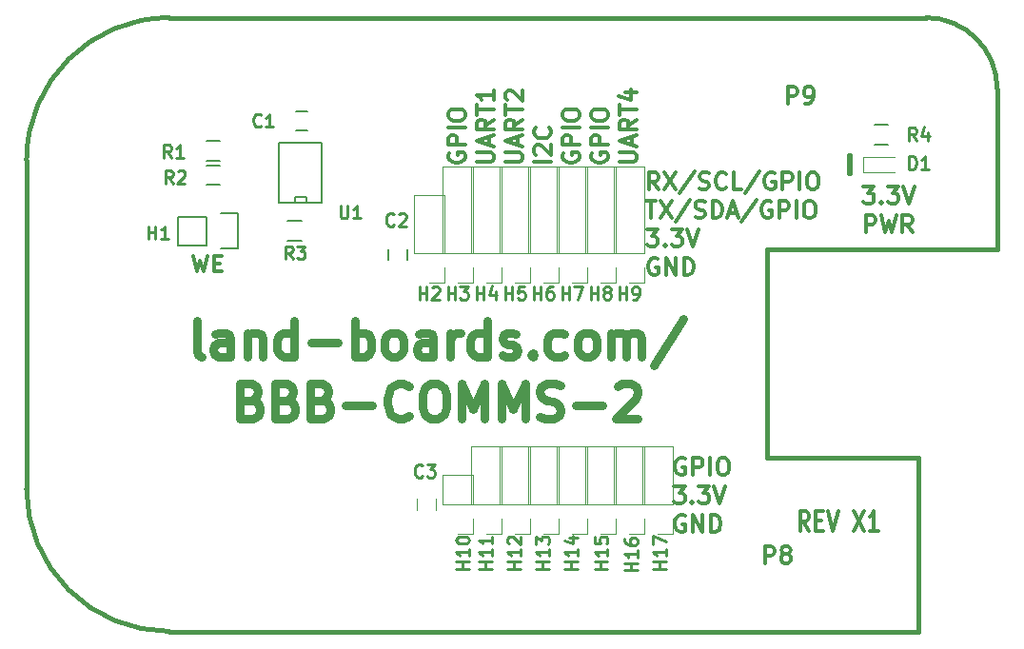
<source format=gbr>
G04 #@! TF.FileFunction,Legend,Top*
%FSLAX46Y46*%
G04 Gerber Fmt 4.6, Leading zero omitted, Abs format (unit mm)*
G04 Created by KiCad (PCBNEW 4.0.5) date 06/09/17 19:28:17*
%MOMM*%
%LPD*%
G01*
G04 APERTURE LIST*
%ADD10C,0.150000*%
%ADD11C,0.304800*%
%ADD12C,0.381000*%
%ADD13C,0.784225*%
%ADD14C,0.127000*%
%ADD15C,0.120000*%
%ADD16C,0.222250*%
G04 APERTURE END LIST*
D10*
D11*
X152291143Y-91948000D02*
X152146000Y-91875429D01*
X151928286Y-91875429D01*
X151710571Y-91948000D01*
X151565429Y-92093143D01*
X151492857Y-92238286D01*
X151420286Y-92528571D01*
X151420286Y-92746286D01*
X151492857Y-93036571D01*
X151565429Y-93181714D01*
X151710571Y-93326857D01*
X151928286Y-93399429D01*
X152073429Y-93399429D01*
X152291143Y-93326857D01*
X152363714Y-93254286D01*
X152363714Y-92746286D01*
X152073429Y-92746286D01*
X153016857Y-93399429D02*
X153016857Y-91875429D01*
X153597429Y-91875429D01*
X153742571Y-91948000D01*
X153815143Y-92020571D01*
X153887714Y-92165714D01*
X153887714Y-92383429D01*
X153815143Y-92528571D01*
X153742571Y-92601143D01*
X153597429Y-92673714D01*
X153016857Y-92673714D01*
X154540857Y-93399429D02*
X154540857Y-91875429D01*
X155556857Y-91875429D02*
X155847143Y-91875429D01*
X155992285Y-91948000D01*
X156137428Y-92093143D01*
X156210000Y-92383429D01*
X156210000Y-92891429D01*
X156137428Y-93181714D01*
X155992285Y-93326857D01*
X155847143Y-93399429D01*
X155556857Y-93399429D01*
X155411714Y-93326857D01*
X155266571Y-93181714D01*
X155194000Y-92891429D01*
X155194000Y-92383429D01*
X155266571Y-92093143D01*
X155411714Y-91948000D01*
X155556857Y-91875429D01*
X151347714Y-94415429D02*
X152291143Y-94415429D01*
X151783143Y-94996000D01*
X152000857Y-94996000D01*
X152146000Y-95068571D01*
X152218571Y-95141143D01*
X152291143Y-95286286D01*
X152291143Y-95649143D01*
X152218571Y-95794286D01*
X152146000Y-95866857D01*
X152000857Y-95939429D01*
X151565429Y-95939429D01*
X151420286Y-95866857D01*
X151347714Y-95794286D01*
X152944286Y-95794286D02*
X153016858Y-95866857D01*
X152944286Y-95939429D01*
X152871715Y-95866857D01*
X152944286Y-95794286D01*
X152944286Y-95939429D01*
X153524857Y-94415429D02*
X154468286Y-94415429D01*
X153960286Y-94996000D01*
X154178000Y-94996000D01*
X154323143Y-95068571D01*
X154395714Y-95141143D01*
X154468286Y-95286286D01*
X154468286Y-95649143D01*
X154395714Y-95794286D01*
X154323143Y-95866857D01*
X154178000Y-95939429D01*
X153742572Y-95939429D01*
X153597429Y-95866857D01*
X153524857Y-95794286D01*
X154903715Y-94415429D02*
X155411715Y-95939429D01*
X155919715Y-94415429D01*
X152291143Y-97028000D02*
X152146000Y-96955429D01*
X151928286Y-96955429D01*
X151710571Y-97028000D01*
X151565429Y-97173143D01*
X151492857Y-97318286D01*
X151420286Y-97608571D01*
X151420286Y-97826286D01*
X151492857Y-98116571D01*
X151565429Y-98261714D01*
X151710571Y-98406857D01*
X151928286Y-98479429D01*
X152073429Y-98479429D01*
X152291143Y-98406857D01*
X152363714Y-98334286D01*
X152363714Y-97826286D01*
X152073429Y-97826286D01*
X153016857Y-98479429D02*
X153016857Y-96955429D01*
X153887714Y-98479429D01*
X153887714Y-96955429D01*
X154613428Y-98479429D02*
X154613428Y-96955429D01*
X154976285Y-96955429D01*
X155194000Y-97028000D01*
X155339142Y-97173143D01*
X155411714Y-97318286D01*
X155484285Y-97608571D01*
X155484285Y-97826286D01*
X155411714Y-98116571D01*
X155339142Y-98261714D01*
X155194000Y-98406857D01*
X154976285Y-98479429D01*
X154613428Y-98479429D01*
X144018000Y-64751857D02*
X143945429Y-64897000D01*
X143945429Y-65114714D01*
X144018000Y-65332429D01*
X144163143Y-65477571D01*
X144308286Y-65550143D01*
X144598571Y-65622714D01*
X144816286Y-65622714D01*
X145106571Y-65550143D01*
X145251714Y-65477571D01*
X145396857Y-65332429D01*
X145469429Y-65114714D01*
X145469429Y-64969571D01*
X145396857Y-64751857D01*
X145324286Y-64679286D01*
X144816286Y-64679286D01*
X144816286Y-64969571D01*
X145469429Y-64026143D02*
X143945429Y-64026143D01*
X143945429Y-63445571D01*
X144018000Y-63300429D01*
X144090571Y-63227857D01*
X144235714Y-63155286D01*
X144453429Y-63155286D01*
X144598571Y-63227857D01*
X144671143Y-63300429D01*
X144743714Y-63445571D01*
X144743714Y-64026143D01*
X145469429Y-62502143D02*
X143945429Y-62502143D01*
X143945429Y-61486143D02*
X143945429Y-61195857D01*
X144018000Y-61050715D01*
X144163143Y-60905572D01*
X144453429Y-60833000D01*
X144961429Y-60833000D01*
X145251714Y-60905572D01*
X145396857Y-61050715D01*
X145469429Y-61195857D01*
X145469429Y-61486143D01*
X145396857Y-61631286D01*
X145251714Y-61776429D01*
X144961429Y-61849000D01*
X144453429Y-61849000D01*
X144163143Y-61776429D01*
X144018000Y-61631286D01*
X143945429Y-61486143D01*
X141478000Y-64751857D02*
X141405429Y-64897000D01*
X141405429Y-65114714D01*
X141478000Y-65332429D01*
X141623143Y-65477571D01*
X141768286Y-65550143D01*
X142058571Y-65622714D01*
X142276286Y-65622714D01*
X142566571Y-65550143D01*
X142711714Y-65477571D01*
X142856857Y-65332429D01*
X142929429Y-65114714D01*
X142929429Y-64969571D01*
X142856857Y-64751857D01*
X142784286Y-64679286D01*
X142276286Y-64679286D01*
X142276286Y-64969571D01*
X142929429Y-64026143D02*
X141405429Y-64026143D01*
X141405429Y-63445571D01*
X141478000Y-63300429D01*
X141550571Y-63227857D01*
X141695714Y-63155286D01*
X141913429Y-63155286D01*
X142058571Y-63227857D01*
X142131143Y-63300429D01*
X142203714Y-63445571D01*
X142203714Y-64026143D01*
X142929429Y-62502143D02*
X141405429Y-62502143D01*
X141405429Y-61486143D02*
X141405429Y-61195857D01*
X141478000Y-61050715D01*
X141623143Y-60905572D01*
X141913429Y-60833000D01*
X142421429Y-60833000D01*
X142711714Y-60905572D01*
X142856857Y-61050715D01*
X142929429Y-61195857D01*
X142929429Y-61486143D01*
X142856857Y-61631286D01*
X142711714Y-61776429D01*
X142421429Y-61849000D01*
X141913429Y-61849000D01*
X141623143Y-61776429D01*
X141478000Y-61631286D01*
X141405429Y-61486143D01*
X131318000Y-64751857D02*
X131245429Y-64897000D01*
X131245429Y-65114714D01*
X131318000Y-65332429D01*
X131463143Y-65477571D01*
X131608286Y-65550143D01*
X131898571Y-65622714D01*
X132116286Y-65622714D01*
X132406571Y-65550143D01*
X132551714Y-65477571D01*
X132696857Y-65332429D01*
X132769429Y-65114714D01*
X132769429Y-64969571D01*
X132696857Y-64751857D01*
X132624286Y-64679286D01*
X132116286Y-64679286D01*
X132116286Y-64969571D01*
X132769429Y-64026143D02*
X131245429Y-64026143D01*
X131245429Y-63445571D01*
X131318000Y-63300429D01*
X131390571Y-63227857D01*
X131535714Y-63155286D01*
X131753429Y-63155286D01*
X131898571Y-63227857D01*
X131971143Y-63300429D01*
X132043714Y-63445571D01*
X132043714Y-64026143D01*
X132769429Y-62502143D02*
X131245429Y-62502143D01*
X131245429Y-61486143D02*
X131245429Y-61195857D01*
X131318000Y-61050715D01*
X131463143Y-60905572D01*
X131753429Y-60833000D01*
X132261429Y-60833000D01*
X132551714Y-60905572D01*
X132696857Y-61050715D01*
X132769429Y-61195857D01*
X132769429Y-61486143D01*
X132696857Y-61631286D01*
X132551714Y-61776429D01*
X132261429Y-61849000D01*
X131753429Y-61849000D01*
X131463143Y-61776429D01*
X131318000Y-61631286D01*
X131245429Y-61486143D01*
X149878143Y-74168000D02*
X149733000Y-74095429D01*
X149515286Y-74095429D01*
X149297571Y-74168000D01*
X149152429Y-74313143D01*
X149079857Y-74458286D01*
X149007286Y-74748571D01*
X149007286Y-74966286D01*
X149079857Y-75256571D01*
X149152429Y-75401714D01*
X149297571Y-75546857D01*
X149515286Y-75619429D01*
X149660429Y-75619429D01*
X149878143Y-75546857D01*
X149950714Y-75474286D01*
X149950714Y-74966286D01*
X149660429Y-74966286D01*
X150603857Y-75619429D02*
X150603857Y-74095429D01*
X151474714Y-75619429D01*
X151474714Y-74095429D01*
X152200428Y-75619429D02*
X152200428Y-74095429D01*
X152563285Y-74095429D01*
X152781000Y-74168000D01*
X152926142Y-74313143D01*
X152998714Y-74458286D01*
X153071285Y-74748571D01*
X153071285Y-74966286D01*
X152998714Y-75256571D01*
X152926142Y-75401714D01*
X152781000Y-75546857D01*
X152563285Y-75619429D01*
X152200428Y-75619429D01*
X148934714Y-71555429D02*
X149878143Y-71555429D01*
X149370143Y-72136000D01*
X149587857Y-72136000D01*
X149733000Y-72208571D01*
X149805571Y-72281143D01*
X149878143Y-72426286D01*
X149878143Y-72789143D01*
X149805571Y-72934286D01*
X149733000Y-73006857D01*
X149587857Y-73079429D01*
X149152429Y-73079429D01*
X149007286Y-73006857D01*
X148934714Y-72934286D01*
X150531286Y-72934286D02*
X150603858Y-73006857D01*
X150531286Y-73079429D01*
X150458715Y-73006857D01*
X150531286Y-72934286D01*
X150531286Y-73079429D01*
X151111857Y-71555429D02*
X152055286Y-71555429D01*
X151547286Y-72136000D01*
X151765000Y-72136000D01*
X151910143Y-72208571D01*
X151982714Y-72281143D01*
X152055286Y-72426286D01*
X152055286Y-72789143D01*
X151982714Y-72934286D01*
X151910143Y-73006857D01*
X151765000Y-73079429D01*
X151329572Y-73079429D01*
X151184429Y-73006857D01*
X151111857Y-72934286D01*
X152490715Y-71555429D02*
X152998715Y-73079429D01*
X153506715Y-71555429D01*
X148862143Y-69015429D02*
X149733000Y-69015429D01*
X149297571Y-70539429D02*
X149297571Y-69015429D01*
X150095857Y-69015429D02*
X151111857Y-70539429D01*
X151111857Y-69015429D02*
X150095857Y-70539429D01*
X152781001Y-68942857D02*
X151474715Y-70902286D01*
X153216429Y-70466857D02*
X153434143Y-70539429D01*
X153797000Y-70539429D01*
X153942143Y-70466857D01*
X154014714Y-70394286D01*
X154087286Y-70249143D01*
X154087286Y-70104000D01*
X154014714Y-69958857D01*
X153942143Y-69886286D01*
X153797000Y-69813714D01*
X153506714Y-69741143D01*
X153361572Y-69668571D01*
X153289000Y-69596000D01*
X153216429Y-69450857D01*
X153216429Y-69305714D01*
X153289000Y-69160571D01*
X153361572Y-69088000D01*
X153506714Y-69015429D01*
X153869572Y-69015429D01*
X154087286Y-69088000D01*
X154740429Y-70539429D02*
X154740429Y-69015429D01*
X155103286Y-69015429D01*
X155321001Y-69088000D01*
X155466143Y-69233143D01*
X155538715Y-69378286D01*
X155611286Y-69668571D01*
X155611286Y-69886286D01*
X155538715Y-70176571D01*
X155466143Y-70321714D01*
X155321001Y-70466857D01*
X155103286Y-70539429D01*
X154740429Y-70539429D01*
X156191858Y-70104000D02*
X156917572Y-70104000D01*
X156046715Y-70539429D02*
X156554715Y-69015429D01*
X157062715Y-70539429D01*
X158659287Y-68942857D02*
X157353001Y-70902286D01*
X159965572Y-69088000D02*
X159820429Y-69015429D01*
X159602715Y-69015429D01*
X159385000Y-69088000D01*
X159239858Y-69233143D01*
X159167286Y-69378286D01*
X159094715Y-69668571D01*
X159094715Y-69886286D01*
X159167286Y-70176571D01*
X159239858Y-70321714D01*
X159385000Y-70466857D01*
X159602715Y-70539429D01*
X159747858Y-70539429D01*
X159965572Y-70466857D01*
X160038143Y-70394286D01*
X160038143Y-69886286D01*
X159747858Y-69886286D01*
X160691286Y-70539429D02*
X160691286Y-69015429D01*
X161271858Y-69015429D01*
X161417000Y-69088000D01*
X161489572Y-69160571D01*
X161562143Y-69305714D01*
X161562143Y-69523429D01*
X161489572Y-69668571D01*
X161417000Y-69741143D01*
X161271858Y-69813714D01*
X160691286Y-69813714D01*
X162215286Y-70539429D02*
X162215286Y-69015429D01*
X163231286Y-69015429D02*
X163521572Y-69015429D01*
X163666714Y-69088000D01*
X163811857Y-69233143D01*
X163884429Y-69523429D01*
X163884429Y-70031429D01*
X163811857Y-70321714D01*
X163666714Y-70466857D01*
X163521572Y-70539429D01*
X163231286Y-70539429D01*
X163086143Y-70466857D01*
X162941000Y-70321714D01*
X162868429Y-70031429D01*
X162868429Y-69523429D01*
X162941000Y-69233143D01*
X163086143Y-69088000D01*
X163231286Y-69015429D01*
X149950714Y-67999429D02*
X149442714Y-67273714D01*
X149079857Y-67999429D02*
X149079857Y-66475429D01*
X149660429Y-66475429D01*
X149805571Y-66548000D01*
X149878143Y-66620571D01*
X149950714Y-66765714D01*
X149950714Y-66983429D01*
X149878143Y-67128571D01*
X149805571Y-67201143D01*
X149660429Y-67273714D01*
X149079857Y-67273714D01*
X150458714Y-66475429D02*
X151474714Y-67999429D01*
X151474714Y-66475429D02*
X150458714Y-67999429D01*
X153143858Y-66402857D02*
X151837572Y-68362286D01*
X153579286Y-67926857D02*
X153797000Y-67999429D01*
X154159857Y-67999429D01*
X154305000Y-67926857D01*
X154377571Y-67854286D01*
X154450143Y-67709143D01*
X154450143Y-67564000D01*
X154377571Y-67418857D01*
X154305000Y-67346286D01*
X154159857Y-67273714D01*
X153869571Y-67201143D01*
X153724429Y-67128571D01*
X153651857Y-67056000D01*
X153579286Y-66910857D01*
X153579286Y-66765714D01*
X153651857Y-66620571D01*
X153724429Y-66548000D01*
X153869571Y-66475429D01*
X154232429Y-66475429D01*
X154450143Y-66548000D01*
X155974143Y-67854286D02*
X155901572Y-67926857D01*
X155683858Y-67999429D01*
X155538715Y-67999429D01*
X155321000Y-67926857D01*
X155175858Y-67781714D01*
X155103286Y-67636571D01*
X155030715Y-67346286D01*
X155030715Y-67128571D01*
X155103286Y-66838286D01*
X155175858Y-66693143D01*
X155321000Y-66548000D01*
X155538715Y-66475429D01*
X155683858Y-66475429D01*
X155901572Y-66548000D01*
X155974143Y-66620571D01*
X157353000Y-67999429D02*
X156627286Y-67999429D01*
X156627286Y-66475429D01*
X158949572Y-66402857D02*
X157643286Y-68362286D01*
X160255857Y-66548000D02*
X160110714Y-66475429D01*
X159893000Y-66475429D01*
X159675285Y-66548000D01*
X159530143Y-66693143D01*
X159457571Y-66838286D01*
X159385000Y-67128571D01*
X159385000Y-67346286D01*
X159457571Y-67636571D01*
X159530143Y-67781714D01*
X159675285Y-67926857D01*
X159893000Y-67999429D01*
X160038143Y-67999429D01*
X160255857Y-67926857D01*
X160328428Y-67854286D01*
X160328428Y-67346286D01*
X160038143Y-67346286D01*
X160981571Y-67999429D02*
X160981571Y-66475429D01*
X161562143Y-66475429D01*
X161707285Y-66548000D01*
X161779857Y-66620571D01*
X161852428Y-66765714D01*
X161852428Y-66983429D01*
X161779857Y-67128571D01*
X161707285Y-67201143D01*
X161562143Y-67273714D01*
X160981571Y-67273714D01*
X162505571Y-67999429D02*
X162505571Y-66475429D01*
X163521571Y-66475429D02*
X163811857Y-66475429D01*
X163956999Y-66548000D01*
X164102142Y-66693143D01*
X164174714Y-66983429D01*
X164174714Y-67491429D01*
X164102142Y-67781714D01*
X163956999Y-67926857D01*
X163811857Y-67999429D01*
X163521571Y-67999429D01*
X163376428Y-67926857D01*
X163231285Y-67781714D01*
X163158714Y-67491429D01*
X163158714Y-66983429D01*
X163231285Y-66693143D01*
X163376428Y-66548000D01*
X163521571Y-66475429D01*
X146485429Y-65550143D02*
X147719143Y-65550143D01*
X147864286Y-65477571D01*
X147936857Y-65405000D01*
X148009429Y-65259857D01*
X148009429Y-64969571D01*
X147936857Y-64824429D01*
X147864286Y-64751857D01*
X147719143Y-64679286D01*
X146485429Y-64679286D01*
X147574000Y-64026143D02*
X147574000Y-63300429D01*
X148009429Y-64171286D02*
X146485429Y-63663286D01*
X148009429Y-63155286D01*
X148009429Y-61776429D02*
X147283714Y-62284429D01*
X148009429Y-62647286D02*
X146485429Y-62647286D01*
X146485429Y-62066714D01*
X146558000Y-61921572D01*
X146630571Y-61849000D01*
X146775714Y-61776429D01*
X146993429Y-61776429D01*
X147138571Y-61849000D01*
X147211143Y-61921572D01*
X147283714Y-62066714D01*
X147283714Y-62647286D01*
X146485429Y-61341000D02*
X146485429Y-60470143D01*
X148009429Y-60905572D02*
X146485429Y-60905572D01*
X146993429Y-59309000D02*
X148009429Y-59309000D01*
X146412857Y-59671857D02*
X147501429Y-60034714D01*
X147501429Y-59091286D01*
X140389429Y-65550143D02*
X138865429Y-65550143D01*
X139010571Y-64897000D02*
X138938000Y-64824429D01*
X138865429Y-64679286D01*
X138865429Y-64316429D01*
X138938000Y-64171286D01*
X139010571Y-64098715D01*
X139155714Y-64026143D01*
X139300857Y-64026143D01*
X139518571Y-64098715D01*
X140389429Y-64969572D01*
X140389429Y-64026143D01*
X140244286Y-62502143D02*
X140316857Y-62574714D01*
X140389429Y-62792428D01*
X140389429Y-62937571D01*
X140316857Y-63155286D01*
X140171714Y-63300428D01*
X140026571Y-63373000D01*
X139736286Y-63445571D01*
X139518571Y-63445571D01*
X139228286Y-63373000D01*
X139083143Y-63300428D01*
X138938000Y-63155286D01*
X138865429Y-62937571D01*
X138865429Y-62792428D01*
X138938000Y-62574714D01*
X139010571Y-62502143D01*
X136325429Y-65550143D02*
X137559143Y-65550143D01*
X137704286Y-65477571D01*
X137776857Y-65405000D01*
X137849429Y-65259857D01*
X137849429Y-64969571D01*
X137776857Y-64824429D01*
X137704286Y-64751857D01*
X137559143Y-64679286D01*
X136325429Y-64679286D01*
X137414000Y-64026143D02*
X137414000Y-63300429D01*
X137849429Y-64171286D02*
X136325429Y-63663286D01*
X137849429Y-63155286D01*
X137849429Y-61776429D02*
X137123714Y-62284429D01*
X137849429Y-62647286D02*
X136325429Y-62647286D01*
X136325429Y-62066714D01*
X136398000Y-61921572D01*
X136470571Y-61849000D01*
X136615714Y-61776429D01*
X136833429Y-61776429D01*
X136978571Y-61849000D01*
X137051143Y-61921572D01*
X137123714Y-62066714D01*
X137123714Y-62647286D01*
X136325429Y-61341000D02*
X136325429Y-60470143D01*
X137849429Y-60905572D02*
X136325429Y-60905572D01*
X136470571Y-60034714D02*
X136398000Y-59962143D01*
X136325429Y-59817000D01*
X136325429Y-59454143D01*
X136398000Y-59309000D01*
X136470571Y-59236429D01*
X136615714Y-59163857D01*
X136760857Y-59163857D01*
X136978571Y-59236429D01*
X137849429Y-60107286D01*
X137849429Y-59163857D01*
X133785429Y-65550143D02*
X135019143Y-65550143D01*
X135164286Y-65477571D01*
X135236857Y-65405000D01*
X135309429Y-65259857D01*
X135309429Y-64969571D01*
X135236857Y-64824429D01*
X135164286Y-64751857D01*
X135019143Y-64679286D01*
X133785429Y-64679286D01*
X134874000Y-64026143D02*
X134874000Y-63300429D01*
X135309429Y-64171286D02*
X133785429Y-63663286D01*
X135309429Y-63155286D01*
X135309429Y-61776429D02*
X134583714Y-62284429D01*
X135309429Y-62647286D02*
X133785429Y-62647286D01*
X133785429Y-62066714D01*
X133858000Y-61921572D01*
X133930571Y-61849000D01*
X134075714Y-61776429D01*
X134293429Y-61776429D01*
X134438571Y-61849000D01*
X134511143Y-61921572D01*
X134583714Y-62066714D01*
X134583714Y-62647286D01*
X133785429Y-61341000D02*
X133785429Y-60470143D01*
X135309429Y-60905572D02*
X133785429Y-60905572D01*
X135309429Y-59163857D02*
X135309429Y-60034714D01*
X135309429Y-59599286D02*
X133785429Y-59599286D01*
X134003143Y-59744429D01*
X134148286Y-59889571D01*
X134220857Y-60034714D01*
D12*
X166878000Y-66548000D02*
X166878000Y-64897000D01*
X167005000Y-66548000D02*
X166878000Y-66548000D01*
X167005000Y-64897000D02*
X167005000Y-66548000D01*
D11*
X159403143Y-101273429D02*
X159403143Y-99749429D01*
X159983715Y-99749429D01*
X160128857Y-99822000D01*
X160201429Y-99894571D01*
X160274000Y-100039714D01*
X160274000Y-100257429D01*
X160201429Y-100402571D01*
X160128857Y-100475143D01*
X159983715Y-100547714D01*
X159403143Y-100547714D01*
X161144857Y-100402571D02*
X160999715Y-100330000D01*
X160927143Y-100257429D01*
X160854572Y-100112286D01*
X160854572Y-100039714D01*
X160927143Y-99894571D01*
X160999715Y-99822000D01*
X161144857Y-99749429D01*
X161435143Y-99749429D01*
X161580286Y-99822000D01*
X161652857Y-99894571D01*
X161725429Y-100039714D01*
X161725429Y-100112286D01*
X161652857Y-100257429D01*
X161580286Y-100330000D01*
X161435143Y-100402571D01*
X161144857Y-100402571D01*
X160999715Y-100475143D01*
X160927143Y-100547714D01*
X160854572Y-100692857D01*
X160854572Y-100983143D01*
X160927143Y-101128286D01*
X160999715Y-101200857D01*
X161144857Y-101273429D01*
X161435143Y-101273429D01*
X161580286Y-101200857D01*
X161652857Y-101128286D01*
X161725429Y-100983143D01*
X161725429Y-100692857D01*
X161652857Y-100547714D01*
X161580286Y-100475143D01*
X161435143Y-100402571D01*
X161435143Y-60379429D02*
X161435143Y-58855429D01*
X162015715Y-58855429D01*
X162160857Y-58928000D01*
X162233429Y-59000571D01*
X162306000Y-59145714D01*
X162306000Y-59363429D01*
X162233429Y-59508571D01*
X162160857Y-59581143D01*
X162015715Y-59653714D01*
X161435143Y-59653714D01*
X163031715Y-60379429D02*
X163322000Y-60379429D01*
X163467143Y-60306857D01*
X163539715Y-60234286D01*
X163684857Y-60016571D01*
X163757429Y-59726286D01*
X163757429Y-59145714D01*
X163684857Y-59000571D01*
X163612286Y-58928000D01*
X163467143Y-58855429D01*
X163176857Y-58855429D01*
X163031715Y-58928000D01*
X162959143Y-59000571D01*
X162886572Y-59145714D01*
X162886572Y-59508571D01*
X162959143Y-59653714D01*
X163031715Y-59726286D01*
X163176857Y-59798857D01*
X163467143Y-59798857D01*
X163612286Y-59726286D01*
X163684857Y-59653714D01*
X163757429Y-59508571D01*
X108512429Y-73910976D02*
X108875286Y-75307976D01*
X109165572Y-74310119D01*
X109455858Y-75307976D01*
X109818715Y-73910976D01*
X110399286Y-74576214D02*
X110907286Y-74576214D01*
X111125000Y-75307976D02*
X110399286Y-75307976D01*
X110399286Y-73910976D01*
X111125000Y-73910976D01*
D12*
X123190000Y-52705000D02*
X123317000Y-52705000D01*
X110744000Y-52705000D02*
X110871000Y-52705000D01*
D11*
X168184285Y-67720029D02*
X169127714Y-67720029D01*
X168619714Y-68300600D01*
X168837428Y-68300600D01*
X168982571Y-68373171D01*
X169055142Y-68445743D01*
X169127714Y-68590886D01*
X169127714Y-68953743D01*
X169055142Y-69098886D01*
X168982571Y-69171457D01*
X168837428Y-69244029D01*
X168402000Y-69244029D01*
X168256857Y-69171457D01*
X168184285Y-69098886D01*
X169780857Y-69098886D02*
X169853429Y-69171457D01*
X169780857Y-69244029D01*
X169708286Y-69171457D01*
X169780857Y-69098886D01*
X169780857Y-69244029D01*
X170361428Y-67720029D02*
X171304857Y-67720029D01*
X170796857Y-68300600D01*
X171014571Y-68300600D01*
X171159714Y-68373171D01*
X171232285Y-68445743D01*
X171304857Y-68590886D01*
X171304857Y-68953743D01*
X171232285Y-69098886D01*
X171159714Y-69171457D01*
X171014571Y-69244029D01*
X170579143Y-69244029D01*
X170434000Y-69171457D01*
X170361428Y-69098886D01*
X171740286Y-67720029D02*
X172248286Y-69244029D01*
X172756286Y-67720029D01*
X168402000Y-71834829D02*
X168402000Y-70310829D01*
X168982572Y-70310829D01*
X169127714Y-70383400D01*
X169200286Y-70455971D01*
X169272857Y-70601114D01*
X169272857Y-70818829D01*
X169200286Y-70963971D01*
X169127714Y-71036543D01*
X168982572Y-71109114D01*
X168402000Y-71109114D01*
X169780857Y-70310829D02*
X170143714Y-71834829D01*
X170434000Y-70746257D01*
X170724286Y-71834829D01*
X171087143Y-70310829D01*
X172538571Y-71834829D02*
X172030571Y-71109114D01*
X171667714Y-71834829D02*
X171667714Y-70310829D01*
X172248286Y-70310829D01*
X172393428Y-70383400D01*
X172466000Y-70455971D01*
X172538571Y-70601114D01*
X172538571Y-70818829D01*
X172466000Y-70963971D01*
X172393428Y-71036543D01*
X172248286Y-71109114D01*
X171667714Y-71109114D01*
X163328048Y-98340333D02*
X162862381Y-97493667D01*
X162529762Y-98340333D02*
X162529762Y-96562333D01*
X163061953Y-96562333D01*
X163195000Y-96647000D01*
X163261524Y-96731667D01*
X163328048Y-96901000D01*
X163328048Y-97155000D01*
X163261524Y-97324333D01*
X163195000Y-97409000D01*
X163061953Y-97493667D01*
X162529762Y-97493667D01*
X163926762Y-97409000D02*
X164392429Y-97409000D01*
X164592000Y-98340333D02*
X163926762Y-98340333D01*
X163926762Y-96562333D01*
X164592000Y-96562333D01*
X164991143Y-96562333D02*
X165456809Y-98340333D01*
X165922476Y-96562333D01*
X167319476Y-96562333D02*
X168250810Y-98340333D01*
X168250810Y-96562333D02*
X167319476Y-98340333D01*
X169514762Y-98340333D02*
X168716476Y-98340333D01*
X169115619Y-98340333D02*
X169115619Y-96562333D01*
X168982571Y-96816333D01*
X168849524Y-96985667D01*
X168716476Y-97070333D01*
D13*
X109314645Y-82863948D02*
X109015892Y-82712757D01*
X108866516Y-82410376D01*
X108866516Y-79688948D01*
X111854040Y-82863948D02*
X111854040Y-81200852D01*
X111704663Y-80898471D01*
X111405911Y-80747281D01*
X110808406Y-80747281D01*
X110509654Y-80898471D01*
X111854040Y-82712757D02*
X111555287Y-82863948D01*
X110808406Y-82863948D01*
X110509654Y-82712757D01*
X110360278Y-82410376D01*
X110360278Y-82107995D01*
X110509654Y-81805614D01*
X110808406Y-81654424D01*
X111555287Y-81654424D01*
X111854040Y-81503233D01*
X113347802Y-80747281D02*
X113347802Y-82863948D01*
X113347802Y-81049662D02*
X113497178Y-80898471D01*
X113795931Y-80747281D01*
X114244059Y-80747281D01*
X114542811Y-80898471D01*
X114692188Y-81200852D01*
X114692188Y-82863948D01*
X117530336Y-82863948D02*
X117530336Y-79688948D01*
X117530336Y-82712757D02*
X117231583Y-82863948D01*
X116634079Y-82863948D01*
X116335326Y-82712757D01*
X116185950Y-82561567D01*
X116036574Y-82259186D01*
X116036574Y-81352043D01*
X116185950Y-81049662D01*
X116335326Y-80898471D01*
X116634079Y-80747281D01*
X117231583Y-80747281D01*
X117530336Y-80898471D01*
X119024098Y-81654424D02*
X121414117Y-81654424D01*
X122907879Y-82863948D02*
X122907879Y-79688948D01*
X122907879Y-80898471D02*
X123206631Y-80747281D01*
X123804136Y-80747281D01*
X124102888Y-80898471D01*
X124252265Y-81049662D01*
X124401641Y-81352043D01*
X124401641Y-82259186D01*
X124252265Y-82561567D01*
X124102888Y-82712757D01*
X123804136Y-82863948D01*
X123206631Y-82863948D01*
X122907879Y-82712757D01*
X126194156Y-82863948D02*
X125895403Y-82712757D01*
X125746027Y-82561567D01*
X125596651Y-82259186D01*
X125596651Y-81352043D01*
X125746027Y-81049662D01*
X125895403Y-80898471D01*
X126194156Y-80747281D01*
X126642284Y-80747281D01*
X126941036Y-80898471D01*
X127090413Y-81049662D01*
X127239789Y-81352043D01*
X127239789Y-82259186D01*
X127090413Y-82561567D01*
X126941036Y-82712757D01*
X126642284Y-82863948D01*
X126194156Y-82863948D01*
X129928561Y-82863948D02*
X129928561Y-81200852D01*
X129779184Y-80898471D01*
X129480432Y-80747281D01*
X128882927Y-80747281D01*
X128584175Y-80898471D01*
X129928561Y-82712757D02*
X129629808Y-82863948D01*
X128882927Y-82863948D01*
X128584175Y-82712757D01*
X128434799Y-82410376D01*
X128434799Y-82107995D01*
X128584175Y-81805614D01*
X128882927Y-81654424D01*
X129629808Y-81654424D01*
X129928561Y-81503233D01*
X131422323Y-82863948D02*
X131422323Y-80747281D01*
X131422323Y-81352043D02*
X131571699Y-81049662D01*
X131721075Y-80898471D01*
X132019828Y-80747281D01*
X132318580Y-80747281D01*
X134708599Y-82863948D02*
X134708599Y-79688948D01*
X134708599Y-82712757D02*
X134409846Y-82863948D01*
X133812342Y-82863948D01*
X133513589Y-82712757D01*
X133364213Y-82561567D01*
X133214837Y-82259186D01*
X133214837Y-81352043D01*
X133364213Y-81049662D01*
X133513589Y-80898471D01*
X133812342Y-80747281D01*
X134409846Y-80747281D01*
X134708599Y-80898471D01*
X136052985Y-82712757D02*
X136351737Y-82863948D01*
X136949242Y-82863948D01*
X137247994Y-82712757D01*
X137397370Y-82410376D01*
X137397370Y-82259186D01*
X137247994Y-81956805D01*
X136949242Y-81805614D01*
X136501113Y-81805614D01*
X136202361Y-81654424D01*
X136052985Y-81352043D01*
X136052985Y-81200852D01*
X136202361Y-80898471D01*
X136501113Y-80747281D01*
X136949242Y-80747281D01*
X137247994Y-80898471D01*
X138741756Y-82561567D02*
X138891132Y-82712757D01*
X138741756Y-82863948D01*
X138592380Y-82712757D01*
X138741756Y-82561567D01*
X138741756Y-82863948D01*
X141579904Y-82712757D02*
X141281151Y-82863948D01*
X140683647Y-82863948D01*
X140384894Y-82712757D01*
X140235518Y-82561567D01*
X140086142Y-82259186D01*
X140086142Y-81352043D01*
X140235518Y-81049662D01*
X140384894Y-80898471D01*
X140683647Y-80747281D01*
X141281151Y-80747281D01*
X141579904Y-80898471D01*
X143372418Y-82863948D02*
X143073665Y-82712757D01*
X142924289Y-82561567D01*
X142774913Y-82259186D01*
X142774913Y-81352043D01*
X142924289Y-81049662D01*
X143073665Y-80898471D01*
X143372418Y-80747281D01*
X143820546Y-80747281D01*
X144119298Y-80898471D01*
X144268675Y-81049662D01*
X144418051Y-81352043D01*
X144418051Y-82259186D01*
X144268675Y-82561567D01*
X144119298Y-82712757D01*
X143820546Y-82863948D01*
X143372418Y-82863948D01*
X145762437Y-82863948D02*
X145762437Y-80747281D01*
X145762437Y-81049662D02*
X145911813Y-80898471D01*
X146210566Y-80747281D01*
X146658694Y-80747281D01*
X146957446Y-80898471D01*
X147106823Y-81200852D01*
X147106823Y-82863948D01*
X147106823Y-81200852D02*
X147256199Y-80898471D01*
X147554951Y-80747281D01*
X148003080Y-80747281D01*
X148301832Y-80898471D01*
X148451208Y-81200852D01*
X148451208Y-82863948D01*
X152185613Y-79537757D02*
X149496841Y-83619900D01*
X113721242Y-86747577D02*
X114169371Y-86898768D01*
X114318747Y-87049958D01*
X114468123Y-87352339D01*
X114468123Y-87805911D01*
X114318747Y-88108292D01*
X114169371Y-88259482D01*
X113870618Y-88410673D01*
X112675609Y-88410673D01*
X112675609Y-85235673D01*
X113721242Y-85235673D01*
X114019995Y-85386863D01*
X114169371Y-85538053D01*
X114318747Y-85840434D01*
X114318747Y-86142815D01*
X114169371Y-86445196D01*
X114019995Y-86596387D01*
X113721242Y-86747577D01*
X112675609Y-86747577D01*
X116858142Y-86747577D02*
X117306271Y-86898768D01*
X117455647Y-87049958D01*
X117605023Y-87352339D01*
X117605023Y-87805911D01*
X117455647Y-88108292D01*
X117306271Y-88259482D01*
X117007518Y-88410673D01*
X115812509Y-88410673D01*
X115812509Y-85235673D01*
X116858142Y-85235673D01*
X117156895Y-85386863D01*
X117306271Y-85538053D01*
X117455647Y-85840434D01*
X117455647Y-86142815D01*
X117306271Y-86445196D01*
X117156895Y-86596387D01*
X116858142Y-86747577D01*
X115812509Y-86747577D01*
X119995042Y-86747577D02*
X120443171Y-86898768D01*
X120592547Y-87049958D01*
X120741923Y-87352339D01*
X120741923Y-87805911D01*
X120592547Y-88108292D01*
X120443171Y-88259482D01*
X120144418Y-88410673D01*
X118949409Y-88410673D01*
X118949409Y-85235673D01*
X119995042Y-85235673D01*
X120293795Y-85386863D01*
X120443171Y-85538053D01*
X120592547Y-85840434D01*
X120592547Y-86142815D01*
X120443171Y-86445196D01*
X120293795Y-86596387D01*
X119995042Y-86747577D01*
X118949409Y-86747577D01*
X122086309Y-87201149D02*
X124476328Y-87201149D01*
X127762604Y-88108292D02*
X127613228Y-88259482D01*
X127165099Y-88410673D01*
X126866347Y-88410673D01*
X126418219Y-88259482D01*
X126119466Y-87957101D01*
X125970090Y-87654720D01*
X125820714Y-87049958D01*
X125820714Y-86596387D01*
X125970090Y-85991625D01*
X126119466Y-85689244D01*
X126418219Y-85386863D01*
X126866347Y-85235673D01*
X127165099Y-85235673D01*
X127613228Y-85386863D01*
X127762604Y-85538053D01*
X129704495Y-85235673D02*
X130301999Y-85235673D01*
X130600752Y-85386863D01*
X130899504Y-85689244D01*
X131048880Y-86294006D01*
X131048880Y-87352339D01*
X130899504Y-87957101D01*
X130600752Y-88259482D01*
X130301999Y-88410673D01*
X129704495Y-88410673D01*
X129405742Y-88259482D01*
X129106990Y-87957101D01*
X128957614Y-87352339D01*
X128957614Y-86294006D01*
X129106990Y-85689244D01*
X129405742Y-85386863D01*
X129704495Y-85235673D01*
X132393266Y-88410673D02*
X132393266Y-85235673D01*
X133438899Y-87503530D01*
X134484533Y-85235673D01*
X134484533Y-88410673D01*
X135978295Y-88410673D02*
X135978295Y-85235673D01*
X137023928Y-87503530D01*
X138069562Y-85235673D01*
X138069562Y-88410673D01*
X139413948Y-88259482D02*
X139862076Y-88410673D01*
X140608957Y-88410673D01*
X140907710Y-88259482D01*
X141057086Y-88108292D01*
X141206462Y-87805911D01*
X141206462Y-87503530D01*
X141057086Y-87201149D01*
X140907710Y-87049958D01*
X140608957Y-86898768D01*
X140011453Y-86747577D01*
X139712700Y-86596387D01*
X139563324Y-86445196D01*
X139413948Y-86142815D01*
X139413948Y-85840434D01*
X139563324Y-85538053D01*
X139712700Y-85386863D01*
X140011453Y-85235673D01*
X140758333Y-85235673D01*
X141206462Y-85386863D01*
X142550848Y-87201149D02*
X144940867Y-87201149D01*
X146285253Y-85538053D02*
X146434629Y-85386863D01*
X146733381Y-85235673D01*
X147480262Y-85235673D01*
X147779015Y-85386863D01*
X147928391Y-85538053D01*
X148077767Y-85840434D01*
X148077767Y-86142815D01*
X147928391Y-86596387D01*
X146135877Y-88410673D01*
X148077767Y-88410673D01*
D14*
X119862600Y-69138800D02*
X119989600Y-69138800D01*
X119989600Y-69138800D02*
X119989600Y-63804800D01*
X116179600Y-63804800D02*
X116179600Y-69138800D01*
X116179600Y-69138800D02*
X119862600Y-69138800D01*
X117576600Y-69138800D02*
X117576600Y-68630800D01*
X117576600Y-68630800D02*
X118592600Y-68630800D01*
X118592600Y-68630800D02*
X118592600Y-69138800D01*
X116179600Y-63804800D02*
X119989600Y-63804800D01*
D12*
X106426000Y-107315000D02*
X173101000Y-107315000D01*
X173101000Y-91821000D02*
X159639000Y-91821000D01*
X173101000Y-107315000D02*
X173101000Y-91821000D01*
X180086000Y-73279000D02*
X180086000Y-60325000D01*
X180086000Y-73279000D02*
X159639000Y-73279000D01*
X159639000Y-73279000D02*
X159639000Y-91821000D01*
X180086000Y-59055000D02*
X180086000Y-60325000D01*
X106426000Y-52705000D02*
X173736000Y-52705000D01*
X93726000Y-65405000D02*
X93726000Y-94615000D01*
X106426000Y-52705000D02*
G75*
G03X93726000Y-65405000I0J-12700000D01*
G01*
X93726000Y-94615000D02*
G75*
G03X106426000Y-107315000I12700000J0D01*
G01*
X180086000Y-59055000D02*
G75*
G03X173736000Y-52705000I-6350000J0D01*
G01*
D10*
X109702600Y-72948800D02*
X107162600Y-72948800D01*
X112522600Y-73228800D02*
X110972600Y-73228800D01*
X109702600Y-72948800D02*
X109702600Y-70408800D01*
X110972600Y-70128800D02*
X112522600Y-70128800D01*
X112522600Y-70128800D02*
X112522600Y-73228800D01*
X109702600Y-70408800D02*
X107162600Y-70408800D01*
X107162600Y-70408800D02*
X107162600Y-72948800D01*
X170399000Y-63994000D02*
X169199000Y-63994000D01*
X169199000Y-62244000D02*
X170399000Y-62244000D01*
X116976600Y-70803800D02*
X118176600Y-70803800D01*
X118176600Y-72553800D02*
X116976600Y-72553800D01*
X110937600Y-67600800D02*
X109737600Y-67600800D01*
X109737600Y-65850800D02*
X110937600Y-65850800D01*
X110937600Y-65441800D02*
X109737600Y-65441800D01*
X109737600Y-63691800D02*
X110937600Y-63691800D01*
X127596000Y-74287000D02*
X127596000Y-73287000D01*
X125896000Y-73287000D02*
X125896000Y-74287000D01*
X118711600Y-61049800D02*
X117711600Y-61049800D01*
X117711600Y-62749800D02*
X118711600Y-62749800D01*
D15*
X141030000Y-73660000D02*
X141030000Y-65980000D01*
X141030000Y-65980000D02*
X138370000Y-65980000D01*
X138370000Y-65980000D02*
X138370000Y-73660000D01*
X138370000Y-73660000D02*
X141030000Y-73660000D01*
X141030000Y-74930000D02*
X141030000Y-76260000D01*
X141030000Y-76260000D02*
X139700000Y-76260000D01*
X138490000Y-73660000D02*
X138490000Y-65980000D01*
X138490000Y-65980000D02*
X135830000Y-65980000D01*
X135830000Y-65980000D02*
X135830000Y-73660000D01*
X135830000Y-73660000D02*
X138490000Y-73660000D01*
X138490000Y-74930000D02*
X138490000Y-76260000D01*
X138490000Y-76260000D02*
X137160000Y-76260000D01*
X135950000Y-73660000D02*
X135950000Y-65980000D01*
X135950000Y-65980000D02*
X133290000Y-65980000D01*
X133290000Y-65980000D02*
X133290000Y-73660000D01*
X133290000Y-73660000D02*
X135950000Y-73660000D01*
X135950000Y-74930000D02*
X135950000Y-76260000D01*
X135950000Y-76260000D02*
X134620000Y-76260000D01*
X168126000Y-65086000D02*
X168126000Y-66486000D01*
X168126000Y-66486000D02*
X170926000Y-66486000D01*
X168126000Y-65086000D02*
X170926000Y-65086000D01*
X143570000Y-73660000D02*
X143570000Y-65980000D01*
X143570000Y-65980000D02*
X140910000Y-65980000D01*
X140910000Y-65980000D02*
X140910000Y-73660000D01*
X140910000Y-73660000D02*
X143570000Y-73660000D01*
X143570000Y-74930000D02*
X143570000Y-76260000D01*
X143570000Y-76260000D02*
X142240000Y-76260000D01*
X146110000Y-73660000D02*
X146110000Y-65980000D01*
X146110000Y-65980000D02*
X143450000Y-65980000D01*
X143450000Y-65980000D02*
X143450000Y-73660000D01*
X143450000Y-73660000D02*
X146110000Y-73660000D01*
X146110000Y-74930000D02*
X146110000Y-76260000D01*
X146110000Y-76260000D02*
X144780000Y-76260000D01*
X133410000Y-73660000D02*
X133410000Y-65980000D01*
X133410000Y-65980000D02*
X130750000Y-65980000D01*
X130750000Y-65980000D02*
X130750000Y-73660000D01*
X130750000Y-73660000D02*
X133410000Y-73660000D01*
X133410000Y-74930000D02*
X133410000Y-76260000D01*
X133410000Y-76260000D02*
X132080000Y-76260000D01*
X143570000Y-96012000D02*
X143570000Y-90872000D01*
X143570000Y-90872000D02*
X140910000Y-90872000D01*
X140910000Y-90872000D02*
X140910000Y-96012000D01*
X140910000Y-96012000D02*
X143570000Y-96012000D01*
X143570000Y-97282000D02*
X143570000Y-98612000D01*
X143570000Y-98612000D02*
X142240000Y-98612000D01*
X141030000Y-96012000D02*
X141030000Y-90872000D01*
X141030000Y-90872000D02*
X138370000Y-90872000D01*
X138370000Y-90872000D02*
X138370000Y-96012000D01*
X138370000Y-96012000D02*
X141030000Y-96012000D01*
X141030000Y-97282000D02*
X141030000Y-98612000D01*
X141030000Y-98612000D02*
X139700000Y-98612000D01*
X138490000Y-96012000D02*
X138490000Y-90872000D01*
X138490000Y-90872000D02*
X135830000Y-90872000D01*
X135830000Y-90872000D02*
X135830000Y-96012000D01*
X135830000Y-96012000D02*
X138490000Y-96012000D01*
X138490000Y-97282000D02*
X138490000Y-98612000D01*
X138490000Y-98612000D02*
X137160000Y-98612000D01*
X135950000Y-96012000D02*
X135950000Y-90872000D01*
X135950000Y-90872000D02*
X133290000Y-90872000D01*
X133290000Y-90872000D02*
X133290000Y-96012000D01*
X133290000Y-96012000D02*
X135950000Y-96012000D01*
X135950000Y-97282000D02*
X135950000Y-98612000D01*
X135950000Y-98612000D02*
X134620000Y-98612000D01*
X130136000Y-96512000D02*
X130136000Y-95512000D01*
X128436000Y-95512000D02*
X128436000Y-96512000D01*
X146110000Y-96012000D02*
X146110000Y-90872000D01*
X146110000Y-90872000D02*
X143450000Y-90872000D01*
X143450000Y-90872000D02*
X143450000Y-96012000D01*
X143450000Y-96012000D02*
X146110000Y-96012000D01*
X146110000Y-97282000D02*
X146110000Y-98612000D01*
X146110000Y-98612000D02*
X144780000Y-98612000D01*
X151190000Y-96012000D02*
X151190000Y-90872000D01*
X151190000Y-90872000D02*
X148530000Y-90872000D01*
X148530000Y-90872000D02*
X148530000Y-96012000D01*
X148530000Y-96012000D02*
X151190000Y-96012000D01*
X151190000Y-97282000D02*
X151190000Y-98612000D01*
X151190000Y-98612000D02*
X149860000Y-98612000D01*
X148650000Y-96012000D02*
X148650000Y-90872000D01*
X148650000Y-90872000D02*
X145990000Y-90872000D01*
X145990000Y-90872000D02*
X145990000Y-96012000D01*
X145990000Y-96012000D02*
X148650000Y-96012000D01*
X148650000Y-97282000D02*
X148650000Y-98612000D01*
X148650000Y-98612000D02*
X147320000Y-98612000D01*
X133410000Y-96012000D02*
X133410000Y-93412000D01*
X133410000Y-93412000D02*
X130750000Y-93412000D01*
X130750000Y-93412000D02*
X130750000Y-96012000D01*
X130750000Y-96012000D02*
X133410000Y-96012000D01*
X133410000Y-97282000D02*
X133410000Y-98612000D01*
X133410000Y-98612000D02*
X132080000Y-98612000D01*
X148650000Y-73660000D02*
X148650000Y-65980000D01*
X148650000Y-65980000D02*
X145990000Y-65980000D01*
X145990000Y-65980000D02*
X145990000Y-73660000D01*
X145990000Y-73660000D02*
X148650000Y-73660000D01*
X148650000Y-74930000D02*
X148650000Y-76260000D01*
X148650000Y-76260000D02*
X147320000Y-76260000D01*
X130870000Y-73660000D02*
X130870000Y-68520000D01*
X130870000Y-68520000D02*
X128210000Y-68520000D01*
X128210000Y-68520000D02*
X128210000Y-73660000D01*
X128210000Y-73660000D02*
X130870000Y-73660000D01*
X130870000Y-74930000D02*
X130870000Y-76260000D01*
X130870000Y-76260000D02*
X129540000Y-76260000D01*
D16*
X121658743Y-69401871D02*
X121658743Y-70327157D01*
X121713171Y-70436014D01*
X121767600Y-70490443D01*
X121876457Y-70544871D01*
X122094171Y-70544871D01*
X122203029Y-70490443D01*
X122257457Y-70436014D01*
X122311886Y-70327157D01*
X122311886Y-69401871D01*
X123454886Y-70544871D02*
X122801743Y-70544871D01*
X123128315Y-70544871D02*
X123128315Y-69401871D01*
X123019458Y-69565157D01*
X122910600Y-69674014D01*
X122801743Y-69728443D01*
X104539143Y-72399071D02*
X104539143Y-71256071D01*
X104539143Y-71800357D02*
X105192286Y-71800357D01*
X105192286Y-72399071D02*
X105192286Y-71256071D01*
X106335286Y-72399071D02*
X105682143Y-72399071D01*
X106008715Y-72399071D02*
X106008715Y-71256071D01*
X105899858Y-71419357D01*
X105791000Y-71528214D01*
X105682143Y-71582643D01*
X172910501Y-63636071D02*
X172529501Y-63091786D01*
X172257358Y-63636071D02*
X172257358Y-62493071D01*
X172692786Y-62493071D01*
X172801644Y-62547500D01*
X172856072Y-62601929D01*
X172910501Y-62710786D01*
X172910501Y-62874071D01*
X172856072Y-62982929D01*
X172801644Y-63037357D01*
X172692786Y-63091786D01*
X172257358Y-63091786D01*
X173890215Y-62874071D02*
X173890215Y-63636071D01*
X173618072Y-62438643D02*
X173345929Y-63255071D01*
X174053501Y-63255071D01*
X117411501Y-74177071D02*
X117030501Y-73632786D01*
X116758358Y-74177071D02*
X116758358Y-73034071D01*
X117193786Y-73034071D01*
X117302644Y-73088500D01*
X117357072Y-73142929D01*
X117411501Y-73251786D01*
X117411501Y-73415071D01*
X117357072Y-73523929D01*
X117302644Y-73578357D01*
X117193786Y-73632786D01*
X116758358Y-73632786D01*
X117792501Y-73034071D02*
X118500072Y-73034071D01*
X118119072Y-73469500D01*
X118282358Y-73469500D01*
X118391215Y-73523929D01*
X118445644Y-73578357D01*
X118500072Y-73687214D01*
X118500072Y-73959357D01*
X118445644Y-74068214D01*
X118391215Y-74122643D01*
X118282358Y-74177071D01*
X117955786Y-74177071D01*
X117846929Y-74122643D01*
X117792501Y-74068214D01*
X106743501Y-67446071D02*
X106362501Y-66901786D01*
X106090358Y-67446071D02*
X106090358Y-66303071D01*
X106525786Y-66303071D01*
X106634644Y-66357500D01*
X106689072Y-66411929D01*
X106743501Y-66520786D01*
X106743501Y-66684071D01*
X106689072Y-66792929D01*
X106634644Y-66847357D01*
X106525786Y-66901786D01*
X106090358Y-66901786D01*
X107178929Y-66411929D02*
X107233358Y-66357500D01*
X107342215Y-66303071D01*
X107614358Y-66303071D01*
X107723215Y-66357500D01*
X107777644Y-66411929D01*
X107832072Y-66520786D01*
X107832072Y-66629643D01*
X107777644Y-66792929D01*
X107124501Y-67446071D01*
X107832072Y-67446071D01*
X106616501Y-65160071D02*
X106235501Y-64615786D01*
X105963358Y-65160071D02*
X105963358Y-64017071D01*
X106398786Y-64017071D01*
X106507644Y-64071500D01*
X106562072Y-64125929D01*
X106616501Y-64234786D01*
X106616501Y-64398071D01*
X106562072Y-64506929D01*
X106507644Y-64561357D01*
X106398786Y-64615786D01*
X105963358Y-64615786D01*
X107705072Y-65160071D02*
X107051929Y-65160071D01*
X107378501Y-65160071D02*
X107378501Y-64017071D01*
X107269644Y-64180357D01*
X107160786Y-64289214D01*
X107051929Y-64343643D01*
X126428501Y-71147214D02*
X126374072Y-71201643D01*
X126210786Y-71256071D01*
X126101929Y-71256071D01*
X125938644Y-71201643D01*
X125829786Y-71092786D01*
X125775358Y-70983929D01*
X125720929Y-70766214D01*
X125720929Y-70602929D01*
X125775358Y-70385214D01*
X125829786Y-70276357D01*
X125938644Y-70167500D01*
X126101929Y-70113071D01*
X126210786Y-70113071D01*
X126374072Y-70167500D01*
X126428501Y-70221929D01*
X126863929Y-70221929D02*
X126918358Y-70167500D01*
X127027215Y-70113071D01*
X127299358Y-70113071D01*
X127408215Y-70167500D01*
X127462644Y-70221929D01*
X127517072Y-70330786D01*
X127517072Y-70439643D01*
X127462644Y-70602929D01*
X126809501Y-71256071D01*
X127517072Y-71256071D01*
X114592101Y-62308014D02*
X114537672Y-62362443D01*
X114374386Y-62416871D01*
X114265529Y-62416871D01*
X114102244Y-62362443D01*
X113993386Y-62253586D01*
X113938958Y-62144729D01*
X113884529Y-61927014D01*
X113884529Y-61763729D01*
X113938958Y-61546014D01*
X113993386Y-61437157D01*
X114102244Y-61328300D01*
X114265529Y-61273871D01*
X114374386Y-61273871D01*
X114537672Y-61328300D01*
X114592101Y-61382729D01*
X115680672Y-62416871D02*
X115027529Y-62416871D01*
X115354101Y-62416871D02*
X115354101Y-61273871D01*
X115245244Y-61437157D01*
X115136386Y-61546014D01*
X115027529Y-61600443D01*
X138829143Y-77777071D02*
X138829143Y-76634071D01*
X138829143Y-77178357D02*
X139482286Y-77178357D01*
X139482286Y-77777071D02*
X139482286Y-76634071D01*
X140516429Y-76634071D02*
X140298715Y-76634071D01*
X140189858Y-76688500D01*
X140135429Y-76742929D01*
X140026572Y-76906214D01*
X139972143Y-77123929D01*
X139972143Y-77559357D01*
X140026572Y-77668214D01*
X140081000Y-77722643D01*
X140189858Y-77777071D01*
X140407572Y-77777071D01*
X140516429Y-77722643D01*
X140570858Y-77668214D01*
X140625286Y-77559357D01*
X140625286Y-77287214D01*
X140570858Y-77178357D01*
X140516429Y-77123929D01*
X140407572Y-77069500D01*
X140189858Y-77069500D01*
X140081000Y-77123929D01*
X140026572Y-77178357D01*
X139972143Y-77287214D01*
X136289143Y-77777071D02*
X136289143Y-76634071D01*
X136289143Y-77178357D02*
X136942286Y-77178357D01*
X136942286Y-77777071D02*
X136942286Y-76634071D01*
X138030858Y-76634071D02*
X137486572Y-76634071D01*
X137432143Y-77178357D01*
X137486572Y-77123929D01*
X137595429Y-77069500D01*
X137867572Y-77069500D01*
X137976429Y-77123929D01*
X138030858Y-77178357D01*
X138085286Y-77287214D01*
X138085286Y-77559357D01*
X138030858Y-77668214D01*
X137976429Y-77722643D01*
X137867572Y-77777071D01*
X137595429Y-77777071D01*
X137486572Y-77722643D01*
X137432143Y-77668214D01*
X133749143Y-77777071D02*
X133749143Y-76634071D01*
X133749143Y-77178357D02*
X134402286Y-77178357D01*
X134402286Y-77777071D02*
X134402286Y-76634071D01*
X135436429Y-77015071D02*
X135436429Y-77777071D01*
X135164286Y-76579643D02*
X134892143Y-77396071D01*
X135599715Y-77396071D01*
X172257358Y-66176071D02*
X172257358Y-65033071D01*
X172529501Y-65033071D01*
X172692786Y-65087500D01*
X172801644Y-65196357D01*
X172856072Y-65305214D01*
X172910501Y-65522929D01*
X172910501Y-65686214D01*
X172856072Y-65903929D01*
X172801644Y-66012786D01*
X172692786Y-66121643D01*
X172529501Y-66176071D01*
X172257358Y-66176071D01*
X173999072Y-66176071D02*
X173345929Y-66176071D01*
X173672501Y-66176071D02*
X173672501Y-65033071D01*
X173563644Y-65196357D01*
X173454786Y-65305214D01*
X173345929Y-65359643D01*
X141369143Y-77777071D02*
X141369143Y-76634071D01*
X141369143Y-77178357D02*
X142022286Y-77178357D01*
X142022286Y-77777071D02*
X142022286Y-76634071D01*
X142457715Y-76634071D02*
X143219715Y-76634071D01*
X142729858Y-77777071D01*
X143909143Y-77777071D02*
X143909143Y-76634071D01*
X143909143Y-77178357D02*
X144562286Y-77178357D01*
X144562286Y-77777071D02*
X144562286Y-76634071D01*
X145269858Y-77123929D02*
X145161000Y-77069500D01*
X145106572Y-77015071D01*
X145052143Y-76906214D01*
X145052143Y-76851786D01*
X145106572Y-76742929D01*
X145161000Y-76688500D01*
X145269858Y-76634071D01*
X145487572Y-76634071D01*
X145596429Y-76688500D01*
X145650858Y-76742929D01*
X145705286Y-76851786D01*
X145705286Y-76906214D01*
X145650858Y-77015071D01*
X145596429Y-77069500D01*
X145487572Y-77123929D01*
X145269858Y-77123929D01*
X145161000Y-77178357D01*
X145106572Y-77232786D01*
X145052143Y-77341643D01*
X145052143Y-77559357D01*
X145106572Y-77668214D01*
X145161000Y-77722643D01*
X145269858Y-77777071D01*
X145487572Y-77777071D01*
X145596429Y-77722643D01*
X145650858Y-77668214D01*
X145705286Y-77559357D01*
X145705286Y-77341643D01*
X145650858Y-77232786D01*
X145596429Y-77178357D01*
X145487572Y-77123929D01*
X131209143Y-77777071D02*
X131209143Y-76634071D01*
X131209143Y-77178357D02*
X131862286Y-77178357D01*
X131862286Y-77777071D02*
X131862286Y-76634071D01*
X132297715Y-76634071D02*
X133005286Y-76634071D01*
X132624286Y-77069500D01*
X132787572Y-77069500D01*
X132896429Y-77123929D01*
X132950858Y-77178357D01*
X133005286Y-77287214D01*
X133005286Y-77559357D01*
X132950858Y-77668214D01*
X132896429Y-77722643D01*
X132787572Y-77777071D01*
X132461000Y-77777071D01*
X132352143Y-77722643D01*
X132297715Y-77668214D01*
X142757071Y-101745142D02*
X141614071Y-101745142D01*
X142158357Y-101745142D02*
X142158357Y-101091999D01*
X142757071Y-101091999D02*
X141614071Y-101091999D01*
X142757071Y-99948999D02*
X142757071Y-100602142D01*
X142757071Y-100275570D02*
X141614071Y-100275570D01*
X141777357Y-100384427D01*
X141886214Y-100493285D01*
X141940643Y-100602142D01*
X141995071Y-98969285D02*
X142757071Y-98969285D01*
X141559643Y-99241428D02*
X142376071Y-99513571D01*
X142376071Y-98805999D01*
X140217071Y-101745142D02*
X139074071Y-101745142D01*
X139618357Y-101745142D02*
X139618357Y-101091999D01*
X140217071Y-101091999D02*
X139074071Y-101091999D01*
X140217071Y-99948999D02*
X140217071Y-100602142D01*
X140217071Y-100275570D02*
X139074071Y-100275570D01*
X139237357Y-100384427D01*
X139346214Y-100493285D01*
X139400643Y-100602142D01*
X139074071Y-99567999D02*
X139074071Y-98860428D01*
X139509500Y-99241428D01*
X139509500Y-99078142D01*
X139563929Y-98969285D01*
X139618357Y-98914856D01*
X139727214Y-98860428D01*
X139999357Y-98860428D01*
X140108214Y-98914856D01*
X140162643Y-98969285D01*
X140217071Y-99078142D01*
X140217071Y-99404714D01*
X140162643Y-99513571D01*
X140108214Y-99567999D01*
X137677071Y-101745142D02*
X136534071Y-101745142D01*
X137078357Y-101745142D02*
X137078357Y-101091999D01*
X137677071Y-101091999D02*
X136534071Y-101091999D01*
X137677071Y-99948999D02*
X137677071Y-100602142D01*
X137677071Y-100275570D02*
X136534071Y-100275570D01*
X136697357Y-100384427D01*
X136806214Y-100493285D01*
X136860643Y-100602142D01*
X136642929Y-99513571D02*
X136588500Y-99459142D01*
X136534071Y-99350285D01*
X136534071Y-99078142D01*
X136588500Y-98969285D01*
X136642929Y-98914856D01*
X136751786Y-98860428D01*
X136860643Y-98860428D01*
X137023929Y-98914856D01*
X137677071Y-99567999D01*
X137677071Y-98860428D01*
X135137071Y-101745142D02*
X133994071Y-101745142D01*
X134538357Y-101745142D02*
X134538357Y-101091999D01*
X135137071Y-101091999D02*
X133994071Y-101091999D01*
X135137071Y-99948999D02*
X135137071Y-100602142D01*
X135137071Y-100275570D02*
X133994071Y-100275570D01*
X134157357Y-100384427D01*
X134266214Y-100493285D01*
X134320643Y-100602142D01*
X135137071Y-98860428D02*
X135137071Y-99513571D01*
X135137071Y-99186999D02*
X133994071Y-99186999D01*
X134157357Y-99295856D01*
X134266214Y-99404714D01*
X134320643Y-99513571D01*
X128968501Y-93499214D02*
X128914072Y-93553643D01*
X128750786Y-93608071D01*
X128641929Y-93608071D01*
X128478644Y-93553643D01*
X128369786Y-93444786D01*
X128315358Y-93335929D01*
X128260929Y-93118214D01*
X128260929Y-92954929D01*
X128315358Y-92737214D01*
X128369786Y-92628357D01*
X128478644Y-92519500D01*
X128641929Y-92465071D01*
X128750786Y-92465071D01*
X128914072Y-92519500D01*
X128968501Y-92573929D01*
X129349501Y-92465071D02*
X130057072Y-92465071D01*
X129676072Y-92900500D01*
X129839358Y-92900500D01*
X129948215Y-92954929D01*
X130002644Y-93009357D01*
X130057072Y-93118214D01*
X130057072Y-93390357D01*
X130002644Y-93499214D01*
X129948215Y-93553643D01*
X129839358Y-93608071D01*
X129512786Y-93608071D01*
X129403929Y-93553643D01*
X129349501Y-93499214D01*
X145424071Y-101745142D02*
X144281071Y-101745142D01*
X144825357Y-101745142D02*
X144825357Y-101091999D01*
X145424071Y-101091999D02*
X144281071Y-101091999D01*
X145424071Y-99948999D02*
X145424071Y-100602142D01*
X145424071Y-100275570D02*
X144281071Y-100275570D01*
X144444357Y-100384427D01*
X144553214Y-100493285D01*
X144607643Y-100602142D01*
X144281071Y-98914856D02*
X144281071Y-99459142D01*
X144825357Y-99513571D01*
X144770929Y-99459142D01*
X144716500Y-99350285D01*
X144716500Y-99078142D01*
X144770929Y-98969285D01*
X144825357Y-98914856D01*
X144934214Y-98860428D01*
X145206357Y-98860428D01*
X145315214Y-98914856D01*
X145369643Y-98969285D01*
X145424071Y-99078142D01*
X145424071Y-99350285D01*
X145369643Y-99459142D01*
X145315214Y-99513571D01*
X150631071Y-101745142D02*
X149488071Y-101745142D01*
X150032357Y-101745142D02*
X150032357Y-101091999D01*
X150631071Y-101091999D02*
X149488071Y-101091999D01*
X150631071Y-99948999D02*
X150631071Y-100602142D01*
X150631071Y-100275570D02*
X149488071Y-100275570D01*
X149651357Y-100384427D01*
X149760214Y-100493285D01*
X149814643Y-100602142D01*
X149488071Y-99567999D02*
X149488071Y-98805999D01*
X150631071Y-99295856D01*
X148091071Y-101872142D02*
X146948071Y-101872142D01*
X147492357Y-101872142D02*
X147492357Y-101218999D01*
X148091071Y-101218999D02*
X146948071Y-101218999D01*
X148091071Y-100075999D02*
X148091071Y-100729142D01*
X148091071Y-100402570D02*
X146948071Y-100402570D01*
X147111357Y-100511427D01*
X147220214Y-100620285D01*
X147274643Y-100729142D01*
X146948071Y-99096285D02*
X146948071Y-99313999D01*
X147002500Y-99422856D01*
X147056929Y-99477285D01*
X147220214Y-99586142D01*
X147437929Y-99640571D01*
X147873357Y-99640571D01*
X147982214Y-99586142D01*
X148036643Y-99531714D01*
X148091071Y-99422856D01*
X148091071Y-99205142D01*
X148036643Y-99096285D01*
X147982214Y-99041856D01*
X147873357Y-98987428D01*
X147601214Y-98987428D01*
X147492357Y-99041856D01*
X147437929Y-99096285D01*
X147383500Y-99205142D01*
X147383500Y-99422856D01*
X147437929Y-99531714D01*
X147492357Y-99586142D01*
X147601214Y-99640571D01*
X133105071Y-101745142D02*
X131962071Y-101745142D01*
X132506357Y-101745142D02*
X132506357Y-101091999D01*
X133105071Y-101091999D02*
X131962071Y-101091999D01*
X133105071Y-99948999D02*
X133105071Y-100602142D01*
X133105071Y-100275570D02*
X131962071Y-100275570D01*
X132125357Y-100384427D01*
X132234214Y-100493285D01*
X132288643Y-100602142D01*
X131962071Y-99241428D02*
X131962071Y-99132571D01*
X132016500Y-99023714D01*
X132070929Y-98969285D01*
X132179786Y-98914856D01*
X132397500Y-98860428D01*
X132669643Y-98860428D01*
X132887357Y-98914856D01*
X132996214Y-98969285D01*
X133050643Y-99023714D01*
X133105071Y-99132571D01*
X133105071Y-99241428D01*
X133050643Y-99350285D01*
X132996214Y-99404714D01*
X132887357Y-99459142D01*
X132669643Y-99513571D01*
X132397500Y-99513571D01*
X132179786Y-99459142D01*
X132070929Y-99404714D01*
X132016500Y-99350285D01*
X131962071Y-99241428D01*
X146449143Y-77777071D02*
X146449143Y-76634071D01*
X146449143Y-77178357D02*
X147102286Y-77178357D01*
X147102286Y-77777071D02*
X147102286Y-76634071D01*
X147701000Y-77777071D02*
X147918715Y-77777071D01*
X148027572Y-77722643D01*
X148082000Y-77668214D01*
X148190858Y-77504929D01*
X148245286Y-77287214D01*
X148245286Y-76851786D01*
X148190858Y-76742929D01*
X148136429Y-76688500D01*
X148027572Y-76634071D01*
X147809858Y-76634071D01*
X147701000Y-76688500D01*
X147646572Y-76742929D01*
X147592143Y-76851786D01*
X147592143Y-77123929D01*
X147646572Y-77232786D01*
X147701000Y-77287214D01*
X147809858Y-77341643D01*
X148027572Y-77341643D01*
X148136429Y-77287214D01*
X148190858Y-77232786D01*
X148245286Y-77123929D01*
X128669143Y-77777071D02*
X128669143Y-76634071D01*
X128669143Y-77178357D02*
X129322286Y-77178357D01*
X129322286Y-77777071D02*
X129322286Y-76634071D01*
X129812143Y-76742929D02*
X129866572Y-76688500D01*
X129975429Y-76634071D01*
X130247572Y-76634071D01*
X130356429Y-76688500D01*
X130410858Y-76742929D01*
X130465286Y-76851786D01*
X130465286Y-76960643D01*
X130410858Y-77123929D01*
X129757715Y-77777071D01*
X130465286Y-77777071D01*
M02*

</source>
